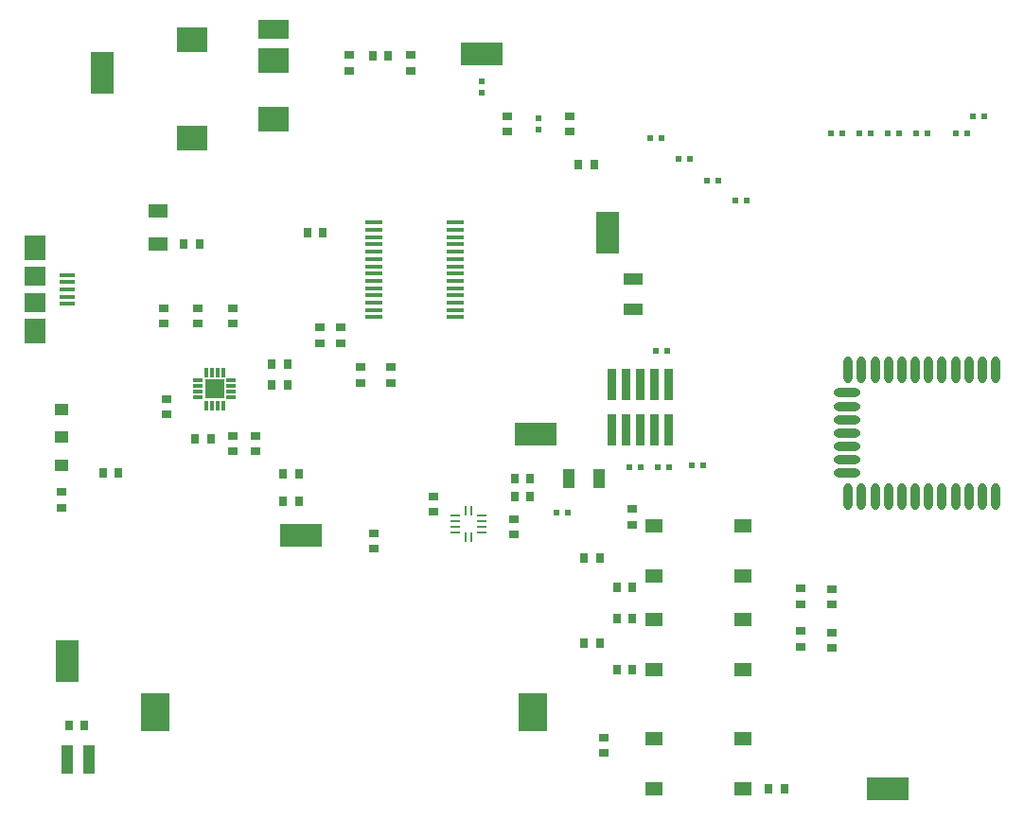
<source format=gtp>
G04 Layer_Color=8421504*
%FSLAX25Y25*%
%MOIN*%
G70*
G01*
G75*
%ADD10R,0.03386X0.01063*%
%ADD11R,0.01063X0.03386*%
%ADD12R,0.05905X0.01575*%
%ADD13R,0.06700X0.06700*%
%ADD14R,0.01200X0.03200*%
%ADD15R,0.03200X0.01200*%
%ADD16R,0.03937X0.10236*%
%ADD17R,0.04724X0.03937*%
%ADD18R,0.14961X0.07992*%
%ADD19R,0.07992X0.14961*%
%ADD20R,0.07165X0.04724*%
%ADD21R,0.10236X0.13780*%
%ADD22R,0.03150X0.03543*%
%ADD23R,0.06693X0.04331*%
%ADD24R,0.04331X0.06693*%
%ADD25R,0.03543X0.03150*%
%ADD26R,0.02362X0.01968*%
%ADD27R,0.06102X0.05118*%
%ADD28R,0.02913X0.10984*%
%ADD29R,0.01968X0.02362*%
%ADD30O,0.03150X0.09449*%
%ADD31O,0.09449X0.03150*%
%ADD32R,0.07480X0.09055*%
%ADD33R,0.07480X0.07087*%
%ADD34R,0.05512X0.01575*%
%ADD35R,0.10630X0.07087*%
%ADD36R,0.10630X0.08661*%
G36*
X228459Y145508D02*
X225543D01*
Y156491D01*
X228459D01*
Y145508D01*
D02*
G37*
G36*
X233464D02*
X230543D01*
Y156491D01*
X233464D01*
Y145508D01*
D02*
G37*
G36*
X223458D02*
X220543D01*
Y156490D01*
X223458D01*
Y145508D01*
D02*
G37*
G36*
X213448D02*
X210543D01*
Y156490D01*
X213448D01*
Y145508D01*
D02*
G37*
G36*
X218456D02*
X215543D01*
Y156492D01*
X218456D01*
Y145508D01*
D02*
G37*
G36*
X228459Y161508D02*
X225543D01*
Y172498D01*
X228459D01*
Y161508D01*
D02*
G37*
G36*
X233471D02*
X230543D01*
Y172509D01*
X233471D01*
Y161508D01*
D02*
G37*
G36*
X223457D02*
X220543D01*
Y172498D01*
X223457D01*
Y161508D01*
D02*
G37*
G36*
X213444D02*
X210543D01*
Y172512D01*
X213444D01*
Y161508D01*
D02*
G37*
G36*
X218455D02*
X215543D01*
Y172497D01*
X218455D01*
Y161508D01*
D02*
G37*
D10*
X156835Y115047D02*
D03*
Y117016D02*
D03*
Y118984D02*
D03*
Y120953D02*
D03*
X166165D02*
D03*
Y118984D02*
D03*
Y117016D02*
D03*
Y115047D02*
D03*
D11*
X162484Y113335D02*
D03*
X160516D02*
D03*
Y122665D02*
D03*
X162484D02*
D03*
D12*
X128228Y190866D02*
D03*
Y193425D02*
D03*
Y195984D02*
D03*
Y198543D02*
D03*
Y201102D02*
D03*
Y203661D02*
D03*
Y206221D02*
D03*
Y208780D02*
D03*
Y211339D02*
D03*
Y213898D02*
D03*
Y216457D02*
D03*
Y219016D02*
D03*
Y221575D02*
D03*
Y224134D02*
D03*
X156772D02*
D03*
Y221575D02*
D03*
Y219016D02*
D03*
Y216457D02*
D03*
Y213898D02*
D03*
Y211339D02*
D03*
Y208780D02*
D03*
Y206221D02*
D03*
Y203661D02*
D03*
Y201102D02*
D03*
Y198543D02*
D03*
Y195984D02*
D03*
Y193425D02*
D03*
Y190866D02*
D03*
D13*
X72000Y165500D02*
D03*
D14*
X69000Y171300D02*
D03*
X71000D02*
D03*
X73000D02*
D03*
X75000D02*
D03*
Y159700D02*
D03*
X73000D02*
D03*
X71000D02*
D03*
X69000D02*
D03*
D15*
X77800Y168500D02*
D03*
Y166500D02*
D03*
Y164500D02*
D03*
Y162500D02*
D03*
X66200D02*
D03*
Y164500D02*
D03*
Y166500D02*
D03*
Y168500D02*
D03*
D16*
X27937Y34874D02*
D03*
X20063D02*
D03*
D17*
X18118Y138657D02*
D03*
Y148500D02*
D03*
Y158343D02*
D03*
D18*
X166000Y283500D02*
D03*
X185000Y149500D02*
D03*
X102500Y114000D02*
D03*
X309000Y24500D02*
D03*
D19*
X210500Y220500D02*
D03*
X32500Y277000D02*
D03*
X20000Y69500D02*
D03*
D20*
X52000Y216575D02*
D03*
Y228425D02*
D03*
D21*
X50965Y51500D02*
D03*
X184035D02*
D03*
D22*
X202244Y76000D02*
D03*
X207756D02*
D03*
X101756Y126000D02*
D03*
X96244D02*
D03*
X101756Y135500D02*
D03*
X96244D02*
D03*
X219256Y66500D02*
D03*
X213744D02*
D03*
X219256Y95500D02*
D03*
X213744D02*
D03*
X267244Y24500D02*
D03*
X272756D02*
D03*
X219256Y84500D02*
D03*
X213744D02*
D03*
X32744Y136000D02*
D03*
X38256D02*
D03*
X92244Y174300D02*
D03*
X97756D02*
D03*
X20744Y47000D02*
D03*
X26256D02*
D03*
X92244Y166800D02*
D03*
X97756D02*
D03*
X70756Y147800D02*
D03*
X65244D02*
D03*
X177744Y134000D02*
D03*
X183256D02*
D03*
X104744Y220500D02*
D03*
X110256D02*
D03*
X127744Y283000D02*
D03*
X133256D02*
D03*
X202244Y106000D02*
D03*
X207756D02*
D03*
X200244Y244500D02*
D03*
X205756D02*
D03*
X177744Y127500D02*
D03*
X183256D02*
D03*
X61244Y216500D02*
D03*
X66756D02*
D03*
D23*
X219500Y193685D02*
D03*
Y204315D02*
D03*
D24*
X196685Y134000D02*
D03*
X207315D02*
D03*
D25*
X278500Y80256D02*
D03*
Y74744D02*
D03*
X289500Y79756D02*
D03*
Y74244D02*
D03*
X116500Y181744D02*
D03*
Y187256D02*
D03*
X109000Y181744D02*
D03*
Y187256D02*
D03*
X219000Y117744D02*
D03*
Y123256D02*
D03*
X18000Y129256D02*
D03*
Y123744D02*
D03*
X128000Y114756D02*
D03*
Y109244D02*
D03*
X197000Y256244D02*
D03*
Y261756D02*
D03*
X123500Y167744D02*
D03*
Y173256D02*
D03*
X134000Y167744D02*
D03*
Y173256D02*
D03*
X66000Y188544D02*
D03*
Y194056D02*
D03*
X54000Y188544D02*
D03*
Y194056D02*
D03*
X78500Y188544D02*
D03*
Y194056D02*
D03*
X86500Y143544D02*
D03*
Y149056D02*
D03*
X78500Y143544D02*
D03*
Y149056D02*
D03*
X55000Y156544D02*
D03*
Y162056D02*
D03*
X149000Y122244D02*
D03*
Y127756D02*
D03*
X177500Y114244D02*
D03*
Y119756D02*
D03*
X141000Y283256D02*
D03*
Y277744D02*
D03*
X119500Y283256D02*
D03*
Y277744D02*
D03*
X209000Y37244D02*
D03*
Y42756D02*
D03*
X289500Y95000D02*
D03*
Y89488D02*
D03*
X278500Y95256D02*
D03*
Y89744D02*
D03*
X175000Y256244D02*
D03*
Y261756D02*
D03*
D26*
X225532Y254000D02*
D03*
X229468D02*
D03*
X235531Y246500D02*
D03*
X239469D02*
D03*
X245532Y239000D02*
D03*
X249468D02*
D03*
X255532Y232000D02*
D03*
X259469D02*
D03*
X289032Y255500D02*
D03*
X292969D02*
D03*
X299031D02*
D03*
X302969D02*
D03*
X309032D02*
D03*
X312968D02*
D03*
X319032D02*
D03*
X322969D02*
D03*
X336968Y255500D02*
D03*
X333032D02*
D03*
X339032Y261500D02*
D03*
X342969D02*
D03*
X228031Y138000D02*
D03*
X231968D02*
D03*
X218032D02*
D03*
X221969D02*
D03*
X243969Y138500D02*
D03*
X240032D02*
D03*
X192532Y122000D02*
D03*
X196468D02*
D03*
X227532Y179000D02*
D03*
X231469D02*
D03*
D27*
X258150Y24642D02*
D03*
X226850D02*
D03*
X258150Y42358D02*
D03*
X226850D02*
D03*
Y84358D02*
D03*
X258150D02*
D03*
X226850Y66642D02*
D03*
X258150D02*
D03*
X226850Y117358D02*
D03*
X258150D02*
D03*
X226850Y99642D02*
D03*
X258150D02*
D03*
D28*
X232000Y167000D02*
D03*
Y151000D02*
D03*
X227000Y167000D02*
D03*
Y151000D02*
D03*
X222000Y167000D02*
D03*
Y151000D02*
D03*
X217000Y167000D02*
D03*
Y151000D02*
D03*
X212000Y167000D02*
D03*
Y151000D02*
D03*
D29*
X166000Y270031D02*
D03*
Y273969D02*
D03*
X186000Y260968D02*
D03*
Y257031D02*
D03*
D30*
X347142Y127756D02*
D03*
X342417D02*
D03*
X337693D02*
D03*
X332968D02*
D03*
X328244D02*
D03*
X323520D02*
D03*
X318795D02*
D03*
X314071D02*
D03*
X309347D02*
D03*
X304622D02*
D03*
X299898D02*
D03*
X295173D02*
D03*
Y172244D02*
D03*
X299898D02*
D03*
X304622D02*
D03*
X309347D02*
D03*
X314071D02*
D03*
X318795D02*
D03*
X323520D02*
D03*
X328244D02*
D03*
X332968D02*
D03*
X337693D02*
D03*
X342417D02*
D03*
X347142D02*
D03*
D31*
X294622Y135827D02*
D03*
Y140551D02*
D03*
Y145276D02*
D03*
Y150000D02*
D03*
Y154724D02*
D03*
Y159449D02*
D03*
Y164173D02*
D03*
D32*
X8779Y185854D02*
D03*
Y215382D02*
D03*
D33*
Y196091D02*
D03*
Y205146D02*
D03*
D34*
X20000Y195500D02*
D03*
Y198059D02*
D03*
Y200618D02*
D03*
Y203177D02*
D03*
Y205736D02*
D03*
D35*
X92870Y292216D02*
D03*
D36*
X64130Y254028D02*
D03*
Y288673D02*
D03*
X92870Y260720D02*
D03*
Y281193D02*
D03*
M02*

</source>
